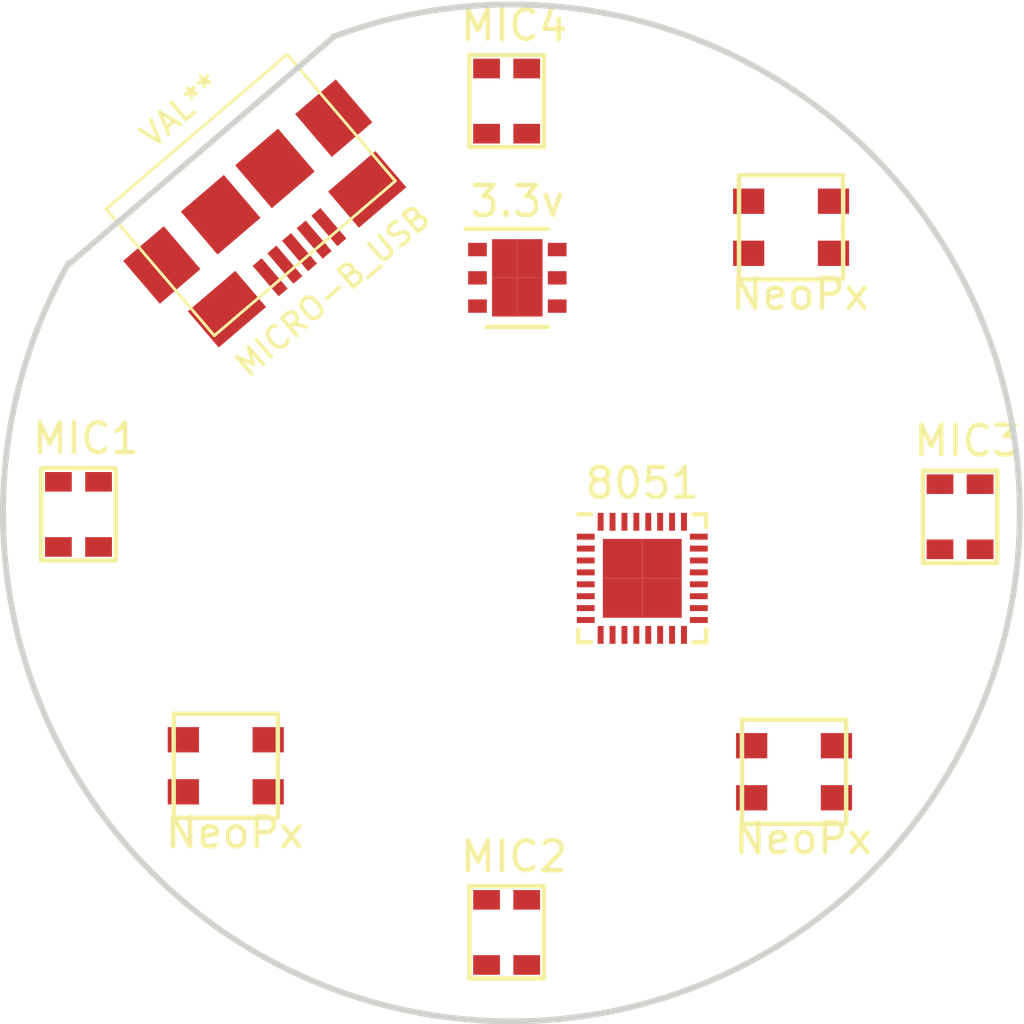
<source format=kicad_pcb>
(kicad_pcb (version 4) (host pcbnew 4.0.4+e1-6308~48~ubuntu16.04.1-stable)

  (general
    (links 0)
    (no_connects 0)
    (area 129.204762 52.635 172.425238 87.925)
    (thickness 1.6)
    (drawings 2)
    (tracks 0)
    (zones 0)
    (modules 10)
    (nets 1)
  )

  (page A4)
  (layers
    (0 F.Cu signal)
    (31 B.Cu signal)
    (32 B.Adhes user)
    (33 F.Adhes user)
    (34 B.Paste user)
    (35 F.Paste user)
    (36 B.SilkS user)
    (37 F.SilkS user)
    (38 B.Mask user)
    (39 F.Mask user)
    (40 Dwgs.User user)
    (41 Cmts.User user)
    (42 Eco1.User user)
    (43 Eco2.User user)
    (44 Edge.Cuts user)
    (45 Margin user)
    (46 B.CrtYd user)
    (47 F.CrtYd user)
    (48 B.Fab user)
    (49 F.Fab user hide)
  )

  (setup
    (last_trace_width 0.25)
    (trace_clearance 0.2)
    (zone_clearance 0.508)
    (zone_45_only no)
    (trace_min 0.2)
    (segment_width 0.2)
    (edge_width 0.2)
    (via_size 0.6)
    (via_drill 0.4)
    (via_min_size 0.4)
    (via_min_drill 0.3)
    (uvia_size 0.3)
    (uvia_drill 0.1)
    (uvias_allowed no)
    (uvia_min_size 0.2)
    (uvia_min_drill 0.1)
    (pcb_text_width 0.3)
    (pcb_text_size 1.5 1.5)
    (mod_edge_width 0.15)
    (mod_text_size 1 1)
    (mod_text_width 0.15)
    (pad_size 3.59918 2.19964)
    (pad_drill 0)
    (pad_to_mask_clearance 0.2)
    (aux_axis_origin 0 0)
    (visible_elements FFFEFF7F)
    (pcbplotparams
      (layerselection 0x010f0_ffffffff)
      (usegerberextensions true)
      (excludeedgelayer true)
      (linewidth 0.100000)
      (plotframeref false)
      (viasonmask false)
      (mode 1)
      (useauxorigin false)
      (hpglpennumber 1)
      (hpglpenspeed 20)
      (hpglpendiameter 15)
      (hpglpenoverlay 2)
      (psnegative false)
      (psa4output false)
      (plotreference true)
      (plotvalue true)
      (plotinvisibletext false)
      (padsonsilk false)
      (subtractmaskfromsilk false)
      (outputformat 1)
      (mirror false)
      (drillshape 0)
      (scaleselection 1)
      (outputdirectory /home/donp/osh))
  )

  (net 0 "")

  (net_class Default "This is the default net class."
    (clearance 0.2)
    (trace_width 0.25)
    (via_dia 0.6)
    (via_drill 0.4)
    (uvia_dia 0.3)
    (uvia_drill 0.1)
  )

  (module ws2812:3535 (layer F.Cu) (tedit 58083E47) (tstamp 58084365)
    (at 159.4 60.4)
    (fp_text reference NeoPx (at 0.3 2.25) (layer F.SilkS)
      (effects (font (size 1 1) (thickness 0.15)))
    )
    (fp_text value 3535 (at 0.05 -2.2) (layer F.Fab)
      (effects (font (size 1 1) (thickness 0.15)))
    )
    (fp_line (start 1.75 1.75) (end -1.75 1.75) (layer F.SilkS) (width 0.15))
    (fp_line (start -1.75 1.75) (end -1.75 -1.75) (layer F.SilkS) (width 0.15))
    (fp_line (start 1.75 -1.75) (end 1.75 1.75) (layer F.SilkS) (width 0.15))
    (fp_line (start -1.75 -1.75) (end 1.7 -1.75) (layer F.SilkS) (width 0.15))
    (pad IN smd rect (at 1.325 0.875) (size 1.05 0.85) (drill (offset 0.1 0)) (layers F.Cu F.Paste F.Mask))
    (pad VDD smd rect (at 1.325 -0.875) (size 1.05 0.85) (drill (offset 0.1 0)) (layers F.Cu F.Paste F.Mask))
    (pad VSS smd rect (at -1.325 0.875) (size 1.05 0.85) (drill (offset -0.1 0)) (layers F.Cu F.Paste F.Mask))
    (pad OUT smd rect (at -1.325 -0.875) (size 1.05 0.85) (drill (offset -0.1 0)) (layers F.Cu F.Paste F.Mask))
  )

  (module ws2812:3535 (layer F.Cu) (tedit 58083E50) (tstamp 58084359)
    (at 159.5 78.7)
    (fp_text reference NeoPx (at 0.3 2.25) (layer F.SilkS)
      (effects (font (size 1 1) (thickness 0.15)))
    )
    (fp_text value 3535 (at 0.05 -2.2) (layer F.Fab)
      (effects (font (size 1 1) (thickness 0.15)))
    )
    (fp_line (start 1.75 1.75) (end -1.75 1.75) (layer F.SilkS) (width 0.15))
    (fp_line (start -1.75 1.75) (end -1.75 -1.75) (layer F.SilkS) (width 0.15))
    (fp_line (start 1.75 -1.75) (end 1.75 1.75) (layer F.SilkS) (width 0.15))
    (fp_line (start -1.75 -1.75) (end 1.7 -1.75) (layer F.SilkS) (width 0.15))
    (pad IN smd rect (at 1.325 0.875) (size 1.05 0.85) (drill (offset 0.1 0)) (layers F.Cu F.Paste F.Mask))
    (pad VDD smd rect (at 1.325 -0.875) (size 1.05 0.85) (drill (offset 0.1 0)) (layers F.Cu F.Paste F.Mask))
    (pad VSS smd rect (at -1.325 0.875) (size 1.05 0.85) (drill (offset -0.1 0)) (layers F.Cu F.Paste F.Mask))
    (pad OUT smd rect (at -1.325 -0.875) (size 1.05 0.85) (drill (offset -0.1 0)) (layers F.Cu F.Paste F.Mask))
  )

  (module Housings_DFN_QFN:QFN-32-1EP_4x4mm_Pitch0.4mm (layer F.Cu) (tedit 58083DE8) (tstamp 58082952)
    (at 154.4 72.2)
    (descr "L32.4x4A; 32 LEAD QUAD FLAT NO-LEAD PLASTIC PACKAGE; (see Intersil l32.4x4a.pdf)")
    (tags "QFN 0.4")
    (attr smd)
    (fp_text reference 8051 (at 0 -3.2) (layer F.SilkS)
      (effects (font (size 1 1) (thickness 0.15)))
    )
    (fp_text value QFN-32-1EP_4x4mm_Pitch0.4mm (at 0 3.2) (layer F.Fab)
      (effects (font (size 1 1) (thickness 0.15)))
    )
    (fp_line (start -1 -2) (end 2 -2) (layer F.Fab) (width 0.15))
    (fp_line (start 2 -2) (end 2 2) (layer F.Fab) (width 0.15))
    (fp_line (start 2 2) (end -2 2) (layer F.Fab) (width 0.15))
    (fp_line (start -2 2) (end -2 -1) (layer F.Fab) (width 0.15))
    (fp_line (start -2 -1) (end -1 -2) (layer F.Fab) (width 0.15))
    (fp_line (start -2.45 -2.45) (end -2.45 2.45) (layer F.CrtYd) (width 0.05))
    (fp_line (start 2.45 -2.45) (end 2.45 2.45) (layer F.CrtYd) (width 0.05))
    (fp_line (start -2.45 -2.45) (end 2.45 -2.45) (layer F.CrtYd) (width 0.05))
    (fp_line (start -2.45 2.45) (end 2.45 2.45) (layer F.CrtYd) (width 0.05))
    (fp_line (start 2.15 -2.15) (end 2.15 -1.725) (layer F.SilkS) (width 0.15))
    (fp_line (start -2.15 2.15) (end -2.15 1.725) (layer F.SilkS) (width 0.15))
    (fp_line (start 2.15 2.15) (end 2.15 1.725) (layer F.SilkS) (width 0.15))
    (fp_line (start -2.15 -2.15) (end -1.725 -2.15) (layer F.SilkS) (width 0.15))
    (fp_line (start -2.15 2.15) (end -1.725 2.15) (layer F.SilkS) (width 0.15))
    (fp_line (start 2.15 2.15) (end 1.725 2.15) (layer F.SilkS) (width 0.15))
    (fp_line (start 2.15 -2.15) (end 1.725 -2.15) (layer F.SilkS) (width 0.15))
    (pad 1 smd rect (at -1.9 -1.4) (size 0.6 0.2) (layers F.Cu F.Paste F.Mask))
    (pad 2 smd rect (at -1.9 -1) (size 0.6 0.2) (layers F.Cu F.Paste F.Mask))
    (pad 3 smd rect (at -1.9 -0.6) (size 0.6 0.2) (layers F.Cu F.Paste F.Mask))
    (pad 4 smd rect (at -1.9 -0.2) (size 0.6 0.2) (layers F.Cu F.Paste F.Mask))
    (pad 5 smd rect (at -1.9 0.2) (size 0.6 0.2) (layers F.Cu F.Paste F.Mask))
    (pad 6 smd rect (at -1.9 0.6) (size 0.6 0.2) (layers F.Cu F.Paste F.Mask))
    (pad 7 smd rect (at -1.9 1) (size 0.6 0.2) (layers F.Cu F.Paste F.Mask))
    (pad 8 smd rect (at -1.9 1.4) (size 0.6 0.2) (layers F.Cu F.Paste F.Mask))
    (pad 9 smd rect (at -1.4 1.9 90) (size 0.6 0.2) (layers F.Cu F.Paste F.Mask))
    (pad 10 smd rect (at -1 1.9 90) (size 0.6 0.2) (layers F.Cu F.Paste F.Mask))
    (pad 11 smd rect (at -0.6 1.9 90) (size 0.6 0.2) (layers F.Cu F.Paste F.Mask))
    (pad 12 smd rect (at -0.2 1.9 90) (size 0.6 0.2) (layers F.Cu F.Paste F.Mask))
    (pad 13 smd rect (at 0.2 1.9 90) (size 0.6 0.2) (layers F.Cu F.Paste F.Mask))
    (pad 14 smd rect (at 0.6 1.9 90) (size 0.6 0.2) (layers F.Cu F.Paste F.Mask))
    (pad 15 smd rect (at 1 1.9 90) (size 0.6 0.2) (layers F.Cu F.Paste F.Mask))
    (pad 16 smd rect (at 1.4 1.9 90) (size 0.6 0.2) (layers F.Cu F.Paste F.Mask))
    (pad 17 smd rect (at 1.9 1.4) (size 0.6 0.2) (layers F.Cu F.Paste F.Mask))
    (pad 18 smd rect (at 1.9 1) (size 0.6 0.2) (layers F.Cu F.Paste F.Mask))
    (pad 19 smd rect (at 1.9 0.6) (size 0.6 0.2) (layers F.Cu F.Paste F.Mask))
    (pad 20 smd rect (at 1.9 0.2) (size 0.6 0.2) (layers F.Cu F.Paste F.Mask))
    (pad 21 smd rect (at 1.9 -0.2) (size 0.6 0.2) (layers F.Cu F.Paste F.Mask))
    (pad 22 smd rect (at 1.9 -0.6) (size 0.6 0.2) (layers F.Cu F.Paste F.Mask))
    (pad 23 smd rect (at 1.9 -1) (size 0.6 0.2) (layers F.Cu F.Paste F.Mask))
    (pad 24 smd rect (at 1.9 -1.4) (size 0.6 0.2) (layers F.Cu F.Paste F.Mask))
    (pad 25 smd rect (at 1.4 -1.9 90) (size 0.6 0.2) (layers F.Cu F.Paste F.Mask))
    (pad 26 smd rect (at 1 -1.9 90) (size 0.6 0.2) (layers F.Cu F.Paste F.Mask))
    (pad 27 smd rect (at 0.6 -1.9 90) (size 0.6 0.2) (layers F.Cu F.Paste F.Mask))
    (pad 28 smd rect (at 0.2 -1.9 90) (size 0.6 0.2) (layers F.Cu F.Paste F.Mask))
    (pad 29 smd rect (at -0.2 -1.9 90) (size 0.6 0.2) (layers F.Cu F.Paste F.Mask))
    (pad 30 smd rect (at -0.6 -1.9 90) (size 0.6 0.2) (layers F.Cu F.Paste F.Mask))
    (pad 31 smd rect (at -1 -1.9 90) (size 0.6 0.2) (layers F.Cu F.Paste F.Mask))
    (pad 32 smd rect (at -1.4 -1.9 90) (size 0.6 0.2) (layers F.Cu F.Paste F.Mask))
    (pad 33 smd rect (at 0.6625 0.6625) (size 1.325 1.325) (layers F.Cu F.Paste F.Mask)
      (solder_paste_margin_ratio -0.2))
    (pad 33 smd rect (at 0.6625 -0.6625) (size 1.325 1.325) (layers F.Cu F.Paste F.Mask)
      (solder_paste_margin_ratio -0.2))
    (pad 33 smd rect (at -0.6625 0.6625) (size 1.325 1.325) (layers F.Cu F.Paste F.Mask)
      (solder_paste_margin_ratio -0.2))
    (pad 33 smd rect (at -0.6625 -0.6625) (size 1.325 1.325) (layers F.Cu F.Paste F.Mask)
      (solder_paste_margin_ratio -0.2))
    (model Housings_DFN_QFN.3dshapes/QFN-32-1EP_4x4mm_Pitch0.4mm.wrl
      (at (xyz 0 0 0))
      (scale (xyz 1 1 1))
      (rotate (xyz 0 0 0))
    )
  )

  (module microphones:SiSonic-SPW2430 (layer F.Cu) (tedit 5806F87E) (tstamp 5806F80C)
    (at 148.59 54.61)
    (fp_text reference MIC4 (at 1.5 -1) (layer F.SilkS)
      (effects (font (size 1 1) (thickness 0.15)))
    )
    (fp_text value "SiSonic SPW2430" (at 1.8 4.3) (layer F.Fab)
      (effects (font (size 1 1) (thickness 0.15)))
    )
    (fp_line (start 0 0) (end 0 3.1) (layer F.SilkS) (width 0.15))
    (fp_line (start 2.5 0) (end 2.5 3.1) (layer F.SilkS) (width 0.15))
    (fp_line (start 0 3.1) (end 2.5 3.1) (layer F.SilkS) (width 0.15))
    (fp_line (start 0 0) (end 2.5 0) (layer F.SilkS) (width 0.15))
    (pad +v smd rect (at 1.925 2.645) (size 0.9 0.66) (layers F.Cu F.Paste F.Mask))
    (pad +v smd rect (at 1.925 0.455) (size 0.9 0.66) (layers F.Cu F.Paste F.Mask))
    (pad GND smd rect (at 0.575 2.645) (size 0.9 0.66) (layers F.Cu F.Paste F.Mask))
    (pad +v smd rect (at 0.575 0.455) (size 0.9 0.66) (layers F.Cu F.Paste F.Mask))
  )

  (module microphones:SiSonic-SPW2430 (layer F.Cu) (tedit 5806F86F) (tstamp 5806F801)
    (at 134.2 68.5)
    (fp_text reference MIC1 (at 1.5 -1) (layer F.SilkS)
      (effects (font (size 1 1) (thickness 0.15)))
    )
    (fp_text value "SiSonic SPW2430" (at 1.8 4.3) (layer F.Fab)
      (effects (font (size 1 1) (thickness 0.15)))
    )
    (fp_line (start 0 0) (end 0 3.1) (layer F.SilkS) (width 0.15))
    (fp_line (start 2.5 0) (end 2.5 3.1) (layer F.SilkS) (width 0.15))
    (fp_line (start 0 3.1) (end 2.5 3.1) (layer F.SilkS) (width 0.15))
    (fp_line (start 0 0) (end 2.5 0) (layer F.SilkS) (width 0.15))
    (pad +v smd rect (at 1.925 2.645) (size 0.9 0.66) (layers F.Cu F.Paste F.Mask))
    (pad +v smd rect (at 1.925 0.455) (size 0.9 0.66) (layers F.Cu F.Paste F.Mask))
    (pad GND smd rect (at 0.575 2.645) (size 0.9 0.66) (layers F.Cu F.Paste F.Mask))
    (pad +v smd rect (at 0.575 0.455) (size 0.9 0.66) (layers F.Cu F.Paste F.Mask))
  )

  (module microphones:SiSonic-SPW2430 (layer F.Cu) (tedit 5806F87A) (tstamp 5806F7F5)
    (at 163.83 68.58)
    (fp_text reference MIC3 (at 1.5 -1) (layer F.SilkS)
      (effects (font (size 1 1) (thickness 0.15)))
    )
    (fp_text value "SiSonic SPW2430" (at 1.8 4.3) (layer F.Fab)
      (effects (font (size 1 1) (thickness 0.15)))
    )
    (fp_line (start 0 0) (end 0 3.1) (layer F.SilkS) (width 0.15))
    (fp_line (start 2.5 0) (end 2.5 3.1) (layer F.SilkS) (width 0.15))
    (fp_line (start 0 3.1) (end 2.5 3.1) (layer F.SilkS) (width 0.15))
    (fp_line (start 0 0) (end 2.5 0) (layer F.SilkS) (width 0.15))
    (pad +v smd rect (at 1.925 2.645) (size 0.9 0.66) (layers F.Cu F.Paste F.Mask))
    (pad +v smd rect (at 1.925 0.455) (size 0.9 0.66) (layers F.Cu F.Paste F.Mask))
    (pad GND smd rect (at 0.575 2.645) (size 0.9 0.66) (layers F.Cu F.Paste F.Mask))
    (pad +v smd rect (at 0.575 0.455) (size 0.9 0.66) (layers F.Cu F.Paste F.Mask))
  )

  (module microphones:SiSonic-SPW2430 (layer F.Cu) (tedit 5806F877) (tstamp 5806F782)
    (at 148.59 82.55)
    (fp_text reference MIC2 (at 1.5 -1) (layer F.SilkS)
      (effects (font (size 1 1) (thickness 0.15)))
    )
    (fp_text value "SiSonic SPW2430" (at 1.8 4.3) (layer F.Fab)
      (effects (font (size 1 1) (thickness 0.15)))
    )
    (fp_line (start 0 0) (end 0 3.1) (layer F.SilkS) (width 0.15))
    (fp_line (start 2.5 0) (end 2.5 3.1) (layer F.SilkS) (width 0.15))
    (fp_line (start 0 3.1) (end 2.5 3.1) (layer F.SilkS) (width 0.15))
    (fp_line (start 0 0) (end 2.5 0) (layer F.SilkS) (width 0.15))
    (pad +v smd rect (at 1.925 2.645) (size 0.9 0.66) (layers F.Cu F.Paste F.Mask))
    (pad +v smd rect (at 1.925 0.455) (size 0.9 0.66) (layers F.Cu F.Paste F.Mask))
    (pad GND smd rect (at 0.575 2.645) (size 0.9 0.66) (layers F.Cu F.Paste F.Mask))
    (pad +v smd rect (at 0.575 0.455) (size 0.9 0.66) (layers F.Cu F.Paste F.Mask))
  )

  (module open-project:MICRO-B_USB (layer F.Cu) (tedit 514E242F) (tstamp 58083E3B)
    (at 140.2 58.1 220.5)
    (fp_text reference MICRO-B_USB (at 0 -5.842 220.5) (layer F.SilkS)
      (effects (font (size 0.762 0.762) (thickness 0.127)))
    )
    (fp_text value VAL** (at -0.05 2.09 220.5) (layer F.SilkS)
      (effects (font (size 0.762 0.762) (thickness 0.127)))
    )
    (fp_line (start -4.0005 1.00076) (end -4.0005 1.19888) (layer F.SilkS) (width 0.09906))
    (fp_line (start 4.0005 1.00076) (end 4.0005 1.19888) (layer F.SilkS) (width 0.09906))
    (fp_line (start -4.0005 -4.39928) (end 4.0005 -4.39928) (layer F.SilkS) (width 0.09906))
    (fp_line (start 4.0005 -4.39928) (end 4.0005 1.00076) (layer F.SilkS) (width 0.09906))
    (fp_line (start 4.0005 1.19888) (end -4.0005 1.19888) (layer F.SilkS) (width 0.09906))
    (fp_line (start -4.0005 1.00076) (end -4.0005 -4.39928) (layer F.SilkS) (width 0.09906))
    (pad "" smd rect (at -1.19888 -1.4478 220.5) (size 1.89738 1.89738) (layers F.Cu F.Paste F.Mask))
    (pad "" smd rect (at 1.19888 -1.4478 220.5) (size 1.89992 1.89738) (layers F.Cu F.Paste F.Mask))
    (pad "" smd rect (at 3.79984 -1.4478 220.5) (size 1.79578 1.89738) (layers F.Cu F.Paste F.Mask))
    (pad "" smd rect (at -3.0988 -3.99796 220.5) (size 2.0955 1.59766) (layers F.Cu F.Paste F.Mask))
    (pad 1 smd rect (at -1.29794 -4.12496 220.5) (size 0.39878 1.3462) (layers F.Cu F.Paste F.Mask)
      (clearance 0.2032))
    (pad 2 smd rect (at -0.6477 -4.12496 220.5) (size 0.39878 1.3462) (layers F.Cu F.Paste F.Mask)
      (clearance 0.2032))
    (pad 3 smd rect (at 0 -4.12496 220.5) (size 0.39878 1.3462) (layers F.Cu F.Paste F.Mask)
      (clearance 0.2032))
    (pad 4 smd rect (at 0.6477 -4.12496 220.5) (size 0.39878 1.3462) (layers F.Cu F.Paste F.Mask)
      (clearance 0.2032))
    (pad 5 smd rect (at 1.29794 -4.12496 220.5) (size 0.39878 1.3462) (layers F.Cu F.Paste F.Mask)
      (clearance 0.2032))
    (pad "" smd rect (at 3.0988 -3.99796 220.5) (size 2.0955 1.59766) (layers F.Cu F.Paste F.Mask))
    (pad "" smd rect (at -3.79984 -1.4478 220.5) (size 1.79578 1.89738) (layers F.Cu F.Paste F.Mask))
  )

  (module ws2812:3535 (layer F.Cu) (tedit 58083E54) (tstamp 58084340)
    (at 140.4 78.5)
    (fp_text reference NeoPx (at 0.3 2.25) (layer F.SilkS)
      (effects (font (size 1 1) (thickness 0.15)))
    )
    (fp_text value 3535 (at 0.05 -2.2) (layer F.Fab)
      (effects (font (size 1 1) (thickness 0.15)))
    )
    (fp_line (start 1.75 1.75) (end -1.75 1.75) (layer F.SilkS) (width 0.15))
    (fp_line (start -1.75 1.75) (end -1.75 -1.75) (layer F.SilkS) (width 0.15))
    (fp_line (start 1.75 -1.75) (end 1.75 1.75) (layer F.SilkS) (width 0.15))
    (fp_line (start -1.75 -1.75) (end 1.7 -1.75) (layer F.SilkS) (width 0.15))
    (pad IN smd rect (at 1.325 0.875) (size 1.05 0.85) (drill (offset 0.1 0)) (layers F.Cu F.Paste F.Mask))
    (pad VDD smd rect (at 1.325 -0.875) (size 1.05 0.85) (drill (offset 0.1 0)) (layers F.Cu F.Paste F.Mask))
    (pad VSS smd rect (at -1.325 0.875) (size 1.05 0.85) (drill (offset -0.1 0)) (layers F.Cu F.Paste F.Mask))
    (pad OUT smd rect (at -1.325 -0.875) (size 1.05 0.85) (drill (offset -0.1 0)) (layers F.Cu F.Paste F.Mask))
  )

  (module Housings_DFN_QFN:DFN-6-1EP_3x3mm_Pitch0.95mm (layer F.Cu) (tedit 580843F4) (tstamp 58084568)
    (at 150.2 62.1)
    (descr "DFN6 3*3 MM, 0.95 PITCH; CASE 506AH-01 (see ON Semiconductor 506AH.PDF)")
    (tags "DFN 0.95")
    (attr smd)
    (fp_text reference 3.3v (at 0 -2.575) (layer F.SilkS)
      (effects (font (size 1 1) (thickness 0.15)))
    )
    (fp_text value DFN-6-1EP_3x3mm_Pitch0.95mm (at 0 2.575) (layer F.Fab)
      (effects (font (size 1 1) (thickness 0.15)))
    )
    (fp_line (start -0.5 -1.5) (end 1.5 -1.5) (layer F.Fab) (width 0.15))
    (fp_line (start 1.5 -1.5) (end 1.5 1.5) (layer F.Fab) (width 0.15))
    (fp_line (start 1.5 1.5) (end -1.5 1.5) (layer F.Fab) (width 0.15))
    (fp_line (start -1.5 1.5) (end -1.5 -0.5) (layer F.Fab) (width 0.15))
    (fp_line (start -1.5 -0.5) (end -0.5 -1.5) (layer F.Fab) (width 0.15))
    (fp_line (start -1.9 -1.85) (end -1.9 1.85) (layer F.CrtYd) (width 0.05))
    (fp_line (start 1.9 -1.85) (end 1.9 1.85) (layer F.CrtYd) (width 0.05))
    (fp_line (start -1.9 -1.85) (end 1.9 -1.85) (layer F.CrtYd) (width 0.05))
    (fp_line (start -1.9 1.85) (end 1.9 1.85) (layer F.CrtYd) (width 0.05))
    (fp_line (start -1.025 1.65) (end 1.025 1.65) (layer F.SilkS) (width 0.15))
    (fp_line (start -1.73 -1.65) (end 1.025 -1.65) (layer F.SilkS) (width 0.15))
    (pad 1 smd rect (at -1.34 -0.95) (size 0.63 0.45) (layers F.Cu F.Paste F.Mask))
    (pad 2 smd rect (at -1.34 0) (size 0.63 0.45) (layers F.Cu F.Paste F.Mask))
    (pad 3 smd rect (at -1.34 0.95) (size 0.63 0.45) (layers F.Cu F.Paste F.Mask))
    (pad 4 smd rect (at 1.34 0.95) (size 0.63 0.45) (layers F.Cu F.Paste F.Mask))
    (pad 5 smd rect (at 1.34 0) (size 0.63 0.45) (layers F.Cu F.Paste F.Mask))
    (pad 6 smd rect (at 1.34 -0.95) (size 0.63 0.45) (layers F.Cu F.Paste F.Mask))
    (pad 7 smd rect (at 0.425 0.65) (size 0.85 1.3) (layers F.Cu F.Paste F.Mask)
      (solder_paste_margin_ratio -0.2))
    (pad 7 smd rect (at 0.425 -0.65) (size 0.85 1.3) (layers F.Cu F.Paste F.Mask)
      (solder_paste_margin_ratio -0.2))
    (pad 7 smd rect (at -0.425 0.65) (size 0.85 1.3) (layers F.Cu F.Paste F.Mask)
      (solder_paste_margin_ratio -0.2))
    (pad 7 smd rect (at -0.425 -0.65) (size 0.85 1.3) (layers F.Cu F.Paste F.Mask)
      (solder_paste_margin_ratio -0.2))
    (model Housings_DFN_QFN.3dshapes/DFN-6-1EP_3x3mm_Pitch0.95mm.wrl
      (at (xyz 0 0 0))
      (scale (xyz 1 1 1))
      (rotate (xyz 0 0 0))
    )
  )

  (gr_line (start 144.00276 54.0258) (end 135.14 61.63) (angle 90) (layer Edge.Cuts) (width 0.2))
  (gr_arc (start 150 70) (end 144 54) (angle 320) (layer Edge.Cuts) (width 0.2))

)

</source>
